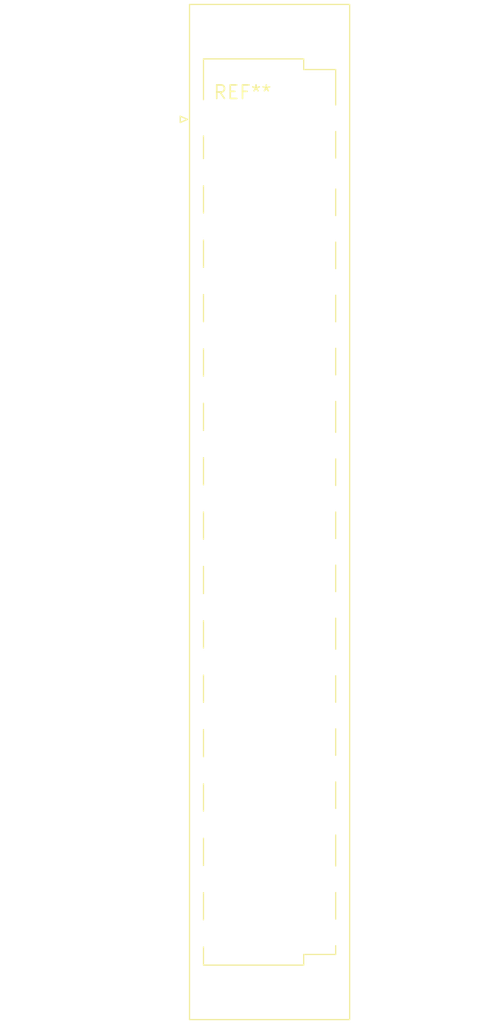
<source format=kicad_pcb>
(kicad_pcb (version 20240108) (generator pcbnew)
  (layers (0 "F.Cu" signal) (31 "B.Cu" signal) (34 "B.Paste" user) (35 "F.Paste" user) (36 "B.SilkS" user "B.Silkscreen") (37 "F.SilkS" user "F.Silkscreen") (38 "B.Mask" user) (39 "F.Mask" user) (44 "Edge.Cuts" user))
  (net 0 "")
  (footprint "DIN41612_F_2x16_RowsZD_Female_Vertical_THT" (layer "F.Cu") (at 0 0)
    (property "Reference" "REF**")
    (property "Value" "DIN41612_F_2x16_RowsZD_Female_Vertical_THT")
    (fp_line (start -5.84 2.24) (end -5.84 2.84) (layer "F.SilkS") (stroke (width 0.12)))
    (fp_line (start -5.84 2.84) (end -5.16 2.54) (layer "F.SilkS") (stroke (width 0.12)))
    (fp_line (start -5.16 2.54) (end -5.84 2.24) (layer "F.SilkS") (stroke (width 0.12)))
    (fp_line (start -4.97 -8.24) (end 10.05 -8.24) (layer "F.SilkS") (stroke (width 0.12)))
    (fp_line (start -4.97 86.98) (end -4.97 -8.24) (layer "F.SilkS") (stroke (width 0.12)))
    (fp_line (start -3.66 -3.131) (end 5.74 -3.131) (layer "F.SilkS") (stroke (width 0.12)))
    (fp_line (start -3.66 0.696) (end -3.66 -3.131) (layer "F.SilkS") (stroke (width 0.12)))
    (fp_line (start -3.66 6.221) (end -3.66 4.096) (layer "F.SilkS") (stroke (width 0.12)))
    (fp_line (start -3.66 11.321) (end -3.66 8.771) (layer "F.SilkS") (stroke (width 0.12)))
    (fp_line (start -3.66 16.421) (end -3.66 13.871) (layer "F.SilkS") (stroke (width 0.12)))
    (fp_line (start -3.66 21.521) (end -3.66 18.971) (layer "F.SilkS") (stroke (width 0.12)))
    (fp_line (start -3.66 26.621) (end -3.66 24.071) (layer "F.SilkS") (stroke (width 0.12)))
    (fp_line (start -3.66 31.721) (end -3.66 29.171) (layer "F.SilkS") (stroke (width 0.12)))
    (fp_line (start -3.66 36.821) (end -3.66 34.271) (layer "F.SilkS") (stroke (width 0.12)))
    (fp_line (start -3.66 41.921) (end -3.66 39.371) (layer "F.SilkS") (stroke (width 0.12)))
    (fp_line (start -3.66 47.021) (end -3.66 44.471) (layer "F.SilkS") (stroke (width 0.12)))
    (fp_line (start -3.66 52.121) (end -3.66 49.571) (layer "F.SilkS") (stroke (width 0.12)))
    (fp_line (start -3.66 57.221) (end -3.66 54.671) (layer "F.SilkS") (stroke (width 0.12)))
    (fp_line (start -3.66 62.321) (end -3.66 59.771) (layer "F.SilkS") (stroke (width 0.12)))
    (fp_line (start -3.66 67.421) (end -3.66 64.871) (layer "F.SilkS") (stroke (width 0.12)))
    (fp_line (start -3.66 72.521) (end -3.66 69.971) (layer "F.SilkS") (stroke (width 0.12)))
    (fp_line (start -3.66 77.621) (end -3.66 75.071) (layer "F.SilkS") (stroke (width 0.12)))
    (fp_line (start -3.66 81.87) (end -3.66 80.171) (layer "F.SilkS") (stroke (width 0.12)))
    (fp_line (start 5.74 -3.131) (end 5.74 -2.131) (layer "F.SilkS") (stroke (width 0.12)))
    (fp_line (start 5.74 -2.131) (end 8.74 -2.131) (layer "F.SilkS") (stroke (width 0.12)))
    (fp_line (start 5.74 80.87) (end 5.74 81.87) (layer "F.SilkS") (stroke (width 0.12)))
    (fp_line (start 5.74 81.87) (end -3.66 81.87) (layer "F.SilkS") (stroke (width 0.12)))
    (fp_line (start 8.74 -2.131) (end 8.74 1.19) (layer "F.SilkS") (stroke (width 0.12)))
    (fp_line (start 8.74 3.68) (end 8.74 6.17) (layer "F.SilkS") (stroke (width 0.12)))
    (fp_line (start 8.74 9.075) (end 8.74 11.565) (layer "F.SilkS") (stroke (width 0.12)))
    (fp_line (start 8.74 14.055) (end 8.74 16.545) (layer "F.SilkS") (stroke (width 0.12)))
    (fp_line (start 8.74 19.035) (end 8.74 21.525) (layer "F.SilkS") (stroke (width 0.12)))
    (fp_line (start 8.74 24.015) (end 8.74 26.505) (layer "F.SilkS") (stroke (width 0.12)))
    (fp_line (start 8.74 28.995) (end 8.74 31.9) (layer "F.SilkS") (stroke (width 0.12)))
    (fp_line (start 8.74 34.39) (end 8.74 36.88) (layer "F.SilkS") (stroke (width 0.12)))
    (fp_line (start 8.74 39.37) (end 8.74 41.86) (layer "F.SilkS") (stroke (width 0.12)))
    (fp_line (start 8.74 44.35) (end 8.74 46.84) (layer "F.SilkS") (stroke (width 0.12)))
    (fp_line (start 8.74 49.33) (end 8.74 52.235) (layer "F.SilkS") (stroke (width 0.12)))
    (fp_line (start 8.74 54.725) (end 8.74 57.215) (layer "F.SilkS") (stroke (width 0.12)))
    (fp_line (start 8.74 59.705) (end 8.74 62.195) (layer "F.SilkS") (stroke (width 0.12)))
    (fp_line (start 8.74 64.685) (end 8.74 67.175) (layer "F.SilkS") (stroke (width 0.12)))
    (fp_line (start 8.74 69.665) (end 8.74 72.57) (layer "F.SilkS") (stroke (width 0.12)))
    (fp_line (start 8.74 75.061) (end 8.74 77.551) (layer "F.SilkS") (stroke (width 0.12)))
    (fp_line (start 8.74 80.041) (end 8.74 80.87) (layer "F.SilkS") (stroke (width 0.12)))
    (fp_line (start 8.74 80.87) (end 5.74 80.87) (layer "F.SilkS") (stroke (width 0.12)))
    (fp_line (start 10.05 -8.24) (end 10.05 86.98) (layer "F.SilkS") (stroke (width 0.12)))
    (fp_line (start 10.05 86.98) (end -4.97 86.98) (layer "F.SilkS") (stroke (width 0.12)))
    (pad "" np_thru_hole circle (at 2.24 -5.63) (size 2.85 2.85) (drill 2.85) (layers *.Cu *.Mask))
    (pad "" np_thru_hole circle (at 2.24 84.37) (size 2.85 2.85) (drill 2.85) (layers *.Cu *.Mask))
    (pad "d2" thru_hole circle (at 7.62 2.54) (size 2.6 2.6) (drill 1.6) (layers *.Cu *.Mask) (remove_unused_layers))
    (pad "d4" thru_hole circle (at 7.62 7.62) (size 2.6 2.6) (drill 1.6) (layers *.Cu *.Mask) (remove_unused_layers))
    (pad "d6" thru_hole circle (at 7.62 12.7) (size 2.6 2.6) (drill 1.6) (layers *.Cu *.Mask) (remove_unused_layers))
    (pad "d8" thru_hole circle (at 7.62 17.78) (size 2.6 2.6) (drill 1.6) (layers *.Cu *.Mask) (remove_unused_layers))
    (pad "d10" thru_hole circle (at 7.62 22.86) (size 2.6 2.6) (drill 1.6) (layers *.Cu *.Mask) (remove_unused_layers))
    (pad "d12" thru_hole circle (at 7.62 27.94) (size 2.6 2.6) (drill 1.6) (layers *.Cu *.Mask) (remove_unused_layers))
    (pad "d14" thru_hole circle (at 7.62 33.02) (size 2.6 2.6) (drill 1.6) (layers *.Cu *.Mask) (remove_unused_layers))
    (pad "d16" thru_hole circle (at 7.62 38.1) (size 2.6 2.6) (drill 1.6) (layers *.Cu *.Mask) (remove_unused_layers))
    (pad "d18" thru_hole circle (at 7.62 43.18) (size 2.6 2.6) (drill 1.6) (layers *.Cu *.Mask) (remove_unused_layers))
    (pad "d20" thru_hole circle (at 7.62 48.26) (size 2.6 2.6) (drill 1.6) (layers *.Cu *.Mask) (remove_unused_layers))
    (pad "d22" thru_hole circle (at 7.62 53.34) (size 2.6 2.6) (drill 1.6) (layers *.Cu *.Mask) (remove_unused_layers))
    (pad "d24" thru_hole circle (at 7.62 58.42) (size 2.6 2.6) (drill 1.6) (layers *.Cu *.Mask) (remove_unused_layers))
    (pad "d26" thru_hole circle (at 7.62 63.5) (size 2.6 2.6) (drill 1.6) (layers *.Cu *.Mask) (remove_unused_layers))
    (pad "d28" thru_hole circle (at 7.62 68.58) (size 2.6 2.6) (drill 1.6) (layers *.Cu *.Mask) (remove_unused_layers))
    (pad "d30" thru_hole circle (at 7.62 73.66) (size 2.6 2.6) (drill 1.6) (layers *.Cu *.Mask) (remove_unused_layers))
    (pad "d32" thru_hole circle (at 7.62 78.74) (size 2.6 2.6) (drill 1.6) (layers *.Cu *.Mask) (remove_unused_layers))
    (pad "z2" thru_hole roundrect (at -2.54 2.54) (size 2.6 2.6) (drill 1.6) (layers *.Cu *.Mask) (remove_unused_layers) (roundrect_rratio 0.096154))
    (pad "z4" thru_hole circle (at -2.54 7.62) (size 2.6 2.6) (drill 1.6) (layers *.Cu *.Mask) (remove_unused_layers))
    (pad "z6" thru_hole circle (at -2.54 12.7) (size 2.6 2.6) (drill 1.6) (layers *.Cu *.Mask) (remove_unused_layers))
    (pad "z8" thru_hole circle (at -2.54 17.78) (size 2.6 2.6) (drill 1.6) (layers *.Cu *.Mask) (remove_unused_layers))
    (pad "z10" thru_hole circle (at -2.54 22.86) (size 2.6 2.6) (drill 1.6) (layers *.Cu *.Mask) (remove_unused_layers))
    (pad "z12" thru_hole circle (at -2.54 27.94) (size 2.6 2.6) (drill 1.6) (layers *.Cu *.Mask) (remove_unused_layers))
    (pad "z14" thru_hole circle (at -2.54 33.02) (size 2.6 2.6) (drill 1.6) (layers *.Cu *.Mask) (remove_unused_layers))
    (pad "z16" thru_hole circle (at -2.54 38.1) (size 2.6 2.6) (drill 1.6) (layers *.Cu *.Mask) (remove_unused_layers))
    (pad "z18" thru_hole circle (at -2.54 43.18) (size 2.6 2.6) (drill 1.6) (layers *.Cu *.Mask) (remove_unused_layers))
    (pad "z20" thru_hole circle (at -2.54 48.26) (size 2.6 2.6) (drill 1.6) (layers *.Cu *.Mask) (remove_unused_layers))
    (pad "z22" thru_hole circle (at -2.54 53.34) (size 2.6 2.6) (drill 1.6) (layers *.Cu *.Mask) (remove_unused_layers))
    (pad "z24" thru_hole circle (at -2.54 58.42) (size 2.6 2.6) (drill 1.6) (layers *.Cu *.Mask) (remove_unused_layers))
    (pad "z26" thru_hole circle (at -2.54 63.5) (size 2.6 2.6) (drill 1.6) (layers *.Cu *.Mask) (remove_unused_layers))
    (pad "z28" thru_hole circle (at -2.54 68.58) (size 2.6 2.6) (drill 1.6) (layers *.Cu *.Mask) (remove_unused_layers))
    (pad "z30" thru_hole circle (at -2.54 73.66) (size 2.6 2.6) (drill 1.6) (layers *.Cu *.Mask) (remove_unused_layers))
    (pad "z32" thru_hole circle (at -2.54 78.74) (size 2.6 2.6) (drill 1.6) (layers *.Cu *.Mask) (remove_unused_layers))
  )
)
</source>
